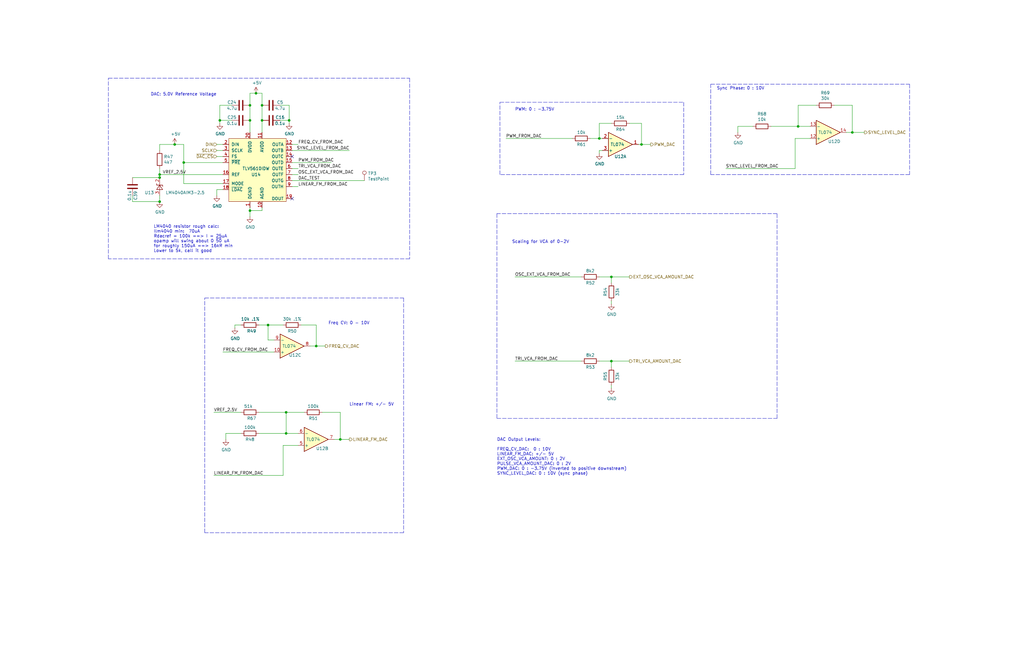
<source format=kicad_sch>
(kicad_sch (version 20211123) (generator eeschema)
  (paper "B")
  (title_block (title "Zoxnoxious 3340 DAC") (rev "0.3") (company "Zoxnoxious Engineering"))
  (lib_symbols
    (symbol "Amplifier_Operational:TL074" (pin_names (offset 0.127))
      (property "Reference" "U" (at 0 5.08 0))
      (property "Value" "TL074" (at 0 -5.08 0))
      (symbol "TL074_1_1"
        (polyline (pts (xy -5.08 5.08) (xy 5.08 0) (xy -5.08 -5.08) (xy -5.08 5.08)) (stroke (width 0.254)) (fill (type background)))
        (pin output line (at 7.62 0 180) (length 2.54) (name "~") (number "1"))
        (pin input line (at -7.62 -2.54 0) (length 2.54) (name "-") (number "2"))
        (pin input line (at -7.62 2.54 0) (length 2.54) (name "+") (number "3"))
      )
      (symbol "TL074_2_1"
        (polyline (pts (xy -5.08 5.08) (xy 5.08 0) (xy -5.08 -5.08) (xy -5.08 5.08)) (stroke (width 0.254)) (fill (type background)))
        (pin input line (at -7.62 2.54 0) (length 2.54) (name "+") (number "5"))
        (pin input line (at -7.62 -2.54 0) (length 2.54) (name "-") (number "6"))
        (pin output line (at 7.62 0 180) (length 2.54) (name "~") (number "7"))
      )
      (symbol "TL074_3_1"
        (polyline (pts (xy -5.08 5.08) (xy 5.08 0) (xy -5.08 -5.08) (xy -5.08 5.08)) (stroke (width 0.254)) (fill (type background)))
        (pin input line (at -7.62 2.54 0) (length 2.54) (name "+") (number "10"))
        (pin output line (at 7.62 0 180) (length 2.54) (name "~") (number "8"))
        (pin input line (at -7.62 -2.54 0) (length 2.54) (name "-") (number "9"))
      )
      (symbol "TL074_4_1"
        (polyline (pts (xy -5.08 5.08) (xy 5.08 0) (xy -5.08 -5.08) (xy -5.08 5.08)) (stroke (width 0.254)) (fill (type background)))
        (pin input line (at -7.62 2.54 0) (length 2.54) (name "+") (number "12"))
        (pin input line (at -7.62 -2.54 0) (length 2.54) (name "-") (number "13"))
        (pin output line (at 7.62 0 180) (length 2.54) (name "~") (number "14"))
      )
      (symbol "TL074_5_1"
        (pin power_in line (at -2.54 -7.62 90) (length 3.81) (name "V-") (number "11"))
        (pin power_in line (at -2.54 7.62 270) (length 3.81) (name "V+") (number "4"))
      )
    )
    (symbol "Connector:TestPoint" (pin_numbers hide) (pin_names (offset 0.762) hide)
      (property "Reference" "TP" (at 0 6.858 0))
      (property "Value" "TestPoint" (at 0 5.08 0))
      (symbol "TestPoint_0_1"
        (circle (center 0 3.302) (radius 0.762))
      )
      (symbol "TestPoint_1_1"
        (pin passive line (at 0 0 90) (length 2.54) (name "1") (number "1"))
      )
    )
    (symbol "Device:C" (pin_numbers hide) (pin_names (offset 0.254))
      (property "Reference" "C" (at 0.635 2.54 0))
      (property "Value" "C" (at 0.635 -2.54 0))
      (symbol "C_0_1"
        (polyline (pts (xy -2.032 -0.762) (xy 2.032 -0.762)) (stroke (width 0.508)))
        (polyline (pts (xy -2.032 0.762) (xy 2.032 0.762)) (stroke (width 0.508)))
      )
      (symbol "C_1_1"
        (pin passive line (at 0 3.81 270) (length 2.794) (name "~") (number "1"))
        (pin passive line (at 0 -3.81 90) (length 2.794) (name "~") (number "2"))
      )
    )
    (symbol "Device:R" (pin_numbers hide) (pin_names (offset 0))
      (property "Reference" "R" (at 2.032 0 90))
      (property "Value" "R" (at 0 0 90))
      (symbol "R_0_1"
        (rectangle (start -1.016 -2.54) (end 1.016 2.54) (stroke (width 0.254)))
      )
      (symbol "R_1_1"
        (pin passive line (at 0 3.81 270) (length 1.27) (name "~") (number "1"))
        (pin passive line (at 0 -3.81 90) (length 1.27) (name "~") (number "2"))
      )
    )
    (symbol "Reference_Voltage:LM4040LP-4.1" (pin_names (offset 0.0254) hide)
      (property "Reference" "U" (at 0 2.54 0))
      (property "Value" "LM4040LP-4.1" (at 0 -3.175 0))
      (symbol "LM4040LP-4.1_0_1"
        (polyline (pts (xy -1.27 0) (xy 0 0) (xy 1.27 0)))
        (polyline (pts (xy -1.27 -1.27) (xy 0.635 0) (xy -1.27 1.27) (xy -1.27 -1.27)) (stroke (width 0.2032)))
        (polyline (pts (xy 0 -1.27) (xy 0.635 -1.27) (xy 0.635 1.27) (xy 1.27 1.27)) (stroke (width 0.2032)))
      )
      (symbol "LM4040LP-4.1_1_1"
        (pin passive line (at 3.81 0 180) (length 2.54) (name "K") (number "2"))
        (pin passive line (at -3.81 0 0) (length 2.54) (name "A") (number "3"))
      )
    )
    (symbol "as3340-rescue:TLV5610IDW-Audio" (pin_names (offset 1.016))
      (property "Reference" "U" (at -2.54 -12.7 0))
      (property "Value" "TLV5610IDW-Audio" (at -2.54 -10.16 0))
      (symbol "TLV5610IDW-Audio_0_1"
        (rectangle (start -13.97 0) (end 10.16 -26.67) (fill (type background)))
      )
      (symbol "TLV5610IDW-Audio_1_1"
        (pin power_in line (at -5.08 -29.21 90) (length 2.54) (name "DGND") (number "1"))
        (pin power_in line (at 0 -29.21 90) (length 2.54) (name "AGND") (number "10"))
        (pin power_in line (at 0 2.54 270) (length 2.54) (name "AVDD") (number "11"))
        (pin output line (at 12.7 -2.54 180) (length 2.54) (name "OUTA") (number "12"))
        (pin output line (at 12.7 -5.08 180) (length 2.54) (name "OUTB") (number "13"))
        (pin output line (at 12.7 -7.62 180) (length 2.54) (name "OUTC") (number "14"))
        (pin output line (at 12.7 -10.16 180) (length 2.54) (name "OUTD") (number "15"))
        (pin input line (at -16.51 -15.24 0) (length 2.54) (name "REF") (number "16"))
        (pin input line (at -16.51 -19.05 0) (length 2.54) (name "MODE") (number "17"))
        (pin input line (at -16.51 -21.59 0) (length 2.54) (name "~{LDAC}") (number "18"))
        (pin output line (at 12.7 -25.4 180) (length 2.54) (name "DOUT") (number "19"))
        (pin input line (at -16.51 -2.54 0) (length 2.54) (name "DIN") (number "2"))
        (pin power_in line (at -5.08 2.54 270) (length 2.54) (name "DVDD") (number "20"))
        (pin input line (at -16.51 -5.08 0) (length 2.54) (name "SCLK") (number "3"))
        (pin input line (at -16.51 -7.62 0) (length 2.54) (name "FS") (number "4"))
        (pin input line (at -16.51 -10.16 0) (length 2.54) (name "~{PRE}") (number "5"))
        (pin output line (at 12.7 -12.7 180) (length 2.54) (name "OUTE") (number "6"))
        (pin output line (at 12.7 -15.24 180) (length 2.54) (name "OUTF") (number "7"))
        (pin output line (at 12.7 -17.78 180) (length 2.54) (name "OUTG") (number "8"))
        (pin output line (at 12.7 -20.32 180) (length 2.54) (name "OUTH") (number "9"))
      )
    )
    (symbol "power:+5V" (power) (pin_names (offset 0))
      (property "Value" "+5V" (at 0 3.556 0))
      (symbol "+5V_0_1"
        (polyline (pts (xy -0.762 1.27) (xy 0 2.54)))
        (polyline (pts (xy 0 0) (xy 0 2.54)))
        (polyline (pts (xy 0 2.54) (xy 0.762 1.27)))
      )
      (symbol "+5V_1_1"
        (pin power_in line (at 0 0 90) (length 0) hide (name "+5V") (number "1"))
      )
    )
    (symbol "power:GND" (power) (pin_names (offset 0))
      (property "Value" "GND" (at 0 -3.81 0))
      (symbol "GND_0_1"
        (polyline (pts (xy 0 0) (xy 0 -1.27) (xy 1.27 -1.27) (xy 0 -2.54) (xy -1.27 -1.27) (xy 0 -1.27)))
      )
      (symbol "GND_1_1"
        (pin power_in line (at 0 0 270) (length 0) hide (name "GND") (number "1"))
      )
    )
  )
  (junction (at 113.03 137.16))
  (junction (at 257.81 152.4))
  (junction (at 110.49 50.8))
  (junction (at 92.71 50.8))
  (junction (at 105.41 50.8))
  (junction (at 107.95 39.37))
  (junction (at 336.55 53.34))
  (junction (at 133.35 146.05))
  (junction (at 120.65 173.99))
  (junction (at 67.31 73.66))
  (junction (at 257.81 116.84))
  (junction (at 270.51 60.96))
  (junction (at 110.49 44.45))
  (junction (at 252.73 58.42))
  (junction (at 105.41 88.9))
  (junction (at 67.31 74.93))
  (junction (at 105.41 44.45))
  (junction (at 120.65 182.88))
  (junction (at 67.31 85.09))
  (junction (at 143.51 185.42))
  (junction (at 359.41 55.88))
  (junction (at 121.92 50.8))
  (junction (at 77.47 68.58))
  (junction (at 73.66 60.96))
  (no_connect (at 123.19 66.04))
  (no_connect (at 123.19 83.82))
  (wire (pts (xy 95.25 182.88) (xy 95.25 185.42)))
  (wire (pts (xy 93.98 148.59) (xy 115.57 148.59)))
  (wire (pts (xy 265.43 52.07) (xy 270.51 52.07)))
  (wire (pts (xy 125.73 73.66) (xy 123.19 73.66)))
  (polyline (pts (xy 299.72 73.66) (xy 299.72 35.56)))
  (wire (pts (xy 123.19 76.2) (xy 153.67 76.2)))
  (wire (pts (xy 217.17 152.4) (xy 245.11 152.4)))
  (wire (pts (xy 336.55 44.45) (xy 336.55 53.34)))
  (wire (pts (xy 306.07 71.12) (xy 335.28 71.12)))
  (wire (pts (xy 113.03 137.16) (xy 113.03 143.51)))
  (wire (pts (xy 109.22 173.99) (xy 120.65 173.99)))
  (polyline (pts (xy 383.54 73.66) (xy 299.72 73.66)))
  (polyline (pts (xy 210.82 73.66) (xy 210.82 43.18)))
  (wire (pts (xy 325.12 53.34) (xy 336.55 53.34)))
  (wire (pts (xy 110.49 50.8) (xy 110.49 44.45)))
  (wire (pts (xy 123.19 60.96) (xy 125.73 60.96)))
  (wire (pts (xy 93.98 77.47) (xy 77.47 77.47)))
  (wire (pts (xy 120.65 182.88) (xy 125.73 182.88)))
  (polyline (pts (xy 45.72 109.22) (xy 45.72 33.02)))
  (wire (pts (xy 257.81 116.84) (xy 265.43 116.84)))
  (wire (pts (xy 105.41 88.9) (xy 105.41 91.44)))
  (polyline (pts (xy 210.82 43.18) (xy 288.29 43.18)))
  (polyline (pts (xy 170.18 125.73) (xy 170.18 224.79)))
  (polyline (pts (xy 299.72 35.56) (xy 383.54 35.56)))
  (wire (pts (xy 110.49 88.9) (xy 105.41 88.9)))
  (wire (pts (xy 119.38 187.96) (xy 125.73 187.96)))
  (wire (pts (xy 121.92 50.8) (xy 121.92 52.07)))
  (wire (pts (xy 311.15 53.34) (xy 311.15 55.88)))
  (wire (pts (xy 109.22 137.16) (xy 113.03 137.16)))
  (wire (pts (xy 133.35 146.05) (xy 137.16 146.05)))
  (wire (pts (xy 359.41 55.88) (xy 364.49 55.88)))
  (wire (pts (xy 55.88 74.93) (xy 67.31 74.93)))
  (wire (pts (xy 67.31 73.66) (xy 67.31 71.12)))
  (wire (pts (xy 77.47 77.47) (xy 77.47 68.58)))
  (wire (pts (xy 92.71 50.8) (xy 92.71 44.45)))
  (wire (pts (xy 270.51 52.07) (xy 270.51 60.96)))
  (wire (pts (xy 113.03 143.51) (xy 115.57 143.51)))
  (wire (pts (xy 105.41 39.37) (xy 105.41 44.45)))
  (wire (pts (xy 336.55 44.45) (xy 344.17 44.45)))
  (polyline (pts (xy 209.55 176.53) (xy 327.66 176.53)))
  (wire (pts (xy 130.81 146.05) (xy 133.35 146.05)))
  (wire (pts (xy 257.81 116.84) (xy 252.73 116.84)))
  (wire (pts (xy 99.06 137.16) (xy 99.06 138.43)))
  (wire (pts (xy 252.73 64.77) (xy 252.73 63.5)))
  (wire (pts (xy 356.87 55.88) (xy 359.41 55.88)))
  (wire (pts (xy 93.98 68.58) (xy 77.47 68.58)))
  (wire (pts (xy 335.28 58.42) (xy 341.63 58.42)))
  (wire (pts (xy 110.49 87.63) (xy 110.49 88.9)))
  (wire (pts (xy 133.35 146.05) (xy 133.35 137.16)))
  (wire (pts (xy 101.6 173.99) (xy 90.17 173.99)))
  (wire (pts (xy 92.71 50.8) (xy 97.79 50.8)))
  (polyline (pts (xy 86.36 224.79) (xy 86.36 125.73)))
  (wire (pts (xy 93.98 80.01) (xy 91.44 80.01)))
  (wire (pts (xy 110.49 39.37) (xy 107.95 39.37)))
  (polyline (pts (xy 209.55 90.17) (xy 209.55 176.53)))
  (wire (pts (xy 110.49 44.45) (xy 110.49 39.37)))
  (wire (pts (xy 92.71 44.45) (xy 97.79 44.45)))
  (wire (pts (xy 105.41 39.37) (xy 107.95 39.37)))
  (wire (pts (xy 123.19 68.58) (xy 139.7 68.58)))
  (wire (pts (xy 270.51 60.96) (xy 274.32 60.96)))
  (polyline (pts (xy 172.72 109.22) (xy 45.72 109.22)))
  (wire (pts (xy 119.38 137.16) (xy 113.03 137.16)))
  (wire (pts (xy 257.81 154.94) (xy 257.81 152.4)))
  (wire (pts (xy 336.55 53.34) (xy 341.63 53.34)))
  (wire (pts (xy 119.38 187.96) (xy 119.38 200.66)))
  (polyline (pts (xy 288.29 43.18) (xy 288.29 73.66)))
  (wire (pts (xy 55.88 85.09) (xy 67.31 85.09)))
  (wire (pts (xy 67.31 60.96) (xy 73.66 60.96)))
  (wire (pts (xy 125.73 78.74) (xy 123.19 78.74)))
  (wire (pts (xy 121.92 50.8) (xy 121.92 44.45)))
  (wire (pts (xy 91.44 80.01) (xy 91.44 82.55)))
  (wire (pts (xy 123.19 71.12) (xy 125.73 71.12)))
  (wire (pts (xy 118.11 50.8) (xy 121.92 50.8)))
  (wire (pts (xy 135.89 173.99) (xy 143.51 173.99)))
  (polyline (pts (xy 383.54 35.56) (xy 383.54 73.66)))
  (polyline (pts (xy 170.18 224.79) (xy 86.36 224.79)))
  (wire (pts (xy 92.71 52.07) (xy 92.71 50.8)))
  (wire (pts (xy 257.81 52.07) (xy 252.73 52.07)))
  (wire (pts (xy 133.35 137.16) (xy 127 137.16)))
  (wire (pts (xy 110.49 50.8) (xy 110.49 55.88)))
  (wire (pts (xy 140.97 185.42) (xy 143.51 185.42)))
  (polyline (pts (xy 327.66 90.17) (xy 209.55 90.17)))
  (wire (pts (xy 55.88 82.55) (xy 55.88 85.09)))
  (polyline (pts (xy 172.72 33.02) (xy 172.72 109.22)))
  (wire (pts (xy 143.51 173.99) (xy 143.51 185.42)))
  (wire (pts (xy 123.19 63.5) (xy 147.32 63.5)))
  (wire (pts (xy 67.31 73.66) (xy 93.98 73.66)))
  (wire (pts (xy 93.98 66.04) (xy 91.44 66.04)))
  (wire (pts (xy 254 58.42) (xy 252.73 58.42)))
  (wire (pts (xy 252.73 63.5) (xy 254 63.5)))
  (wire (pts (xy 217.17 116.84) (xy 245.11 116.84)))
  (wire (pts (xy 351.79 44.45) (xy 359.41 44.45)))
  (wire (pts (xy 257.81 152.4) (xy 252.73 152.4)))
  (wire (pts (xy 257.81 152.4) (xy 265.43 152.4)))
  (wire (pts (xy 95.25 182.88) (xy 101.6 182.88)))
  (wire (pts (xy 252.73 52.07) (xy 252.73 58.42)))
  (wire (pts (xy 90.17 200.66) (xy 119.38 200.66)))
  (polyline (pts (xy 327.66 176.53) (xy 327.66 90.17)))
  (wire (pts (xy 67.31 60.96) (xy 67.31 63.5)))
  (polyline (pts (xy 86.36 125.73) (xy 170.18 125.73)))
  (wire (pts (xy 257.81 119.38) (xy 257.81 116.84)))
  (wire (pts (xy 121.92 44.45) (xy 118.11 44.45)))
  (wire (pts (xy 311.15 53.34) (xy 317.5 53.34)))
  (wire (pts (xy 99.06 137.16) (xy 101.6 137.16)))
  (wire (pts (xy 213.36 58.42) (xy 241.3 58.42)))
  (wire (pts (xy 248.92 58.42) (xy 252.73 58.42)))
  (wire (pts (xy 93.98 63.5) (xy 91.44 63.5)))
  (wire (pts (xy 120.65 173.99) (xy 128.27 173.99)))
  (wire (pts (xy 105.41 44.45) (xy 105.41 50.8)))
  (wire (pts (xy 270.51 60.96) (xy 269.24 60.96)))
  (wire (pts (xy 93.98 60.96) (xy 91.44 60.96)))
  (wire (pts (xy 73.66 60.96) (xy 77.47 60.96)))
  (polyline (pts (xy 45.72 33.02) (xy 172.72 33.02)))
  (wire (pts (xy 120.65 173.99) (xy 120.65 182.88)))
  (polyline (pts (xy 288.29 73.66) (xy 210.82 73.66)))
  (wire (pts (xy 67.31 74.93) (xy 67.31 73.66)))
  (wire (pts (xy 77.47 60.96) (xy 77.47 68.58)))
  (wire (pts (xy 109.22 182.88) (xy 120.65 182.88)))
  (wire (pts (xy 335.28 58.42) (xy 335.28 71.12)))
  (wire (pts (xy 67.31 82.55) (xy 67.31 85.09)))
  (wire (pts (xy 359.41 44.45) (xy 359.41 55.88)))
  (wire (pts (xy 257.81 163.83) (xy 257.81 162.56)))
  (wire (pts (xy 257.81 128.27) (xy 257.81 127)))
  (wire (pts (xy 105.41 50.8) (xy 105.41 55.88)))
  (wire (pts (xy 143.51 185.42) (xy 147.32 185.42)))
  (wire (pts (xy 105.41 87.63) (xy 105.41 88.9)))
  (text "Linear FM: +/- 5V" (at 147.32 171.45 0) (effects (font (size 1.27 1.27)) (justify left bottom)))
  (text "Sync Phase: 0 : 10V" (at 302.26 38.1 0) (effects (font (size 1.27 1.27)) (justify left bottom)))
  (text "Freq CV: 0 - 10V" (at 138.43 137.16 0) (effects (font (size 1.27 1.27)) (justify left bottom)))
  (text "LM4040 resistor rough calc:\nIlm4040 min:  70uA\nRdacref = 100k ==> I = 25uA\nopamp will swing about 0 ~{50} uA\nfor roughly 150uA ==> 16kR min\nLower to 5k, call it good\n" (at 64.77 106.68 0) (effects (font (size 1.27 1.27)) (justify left bottom)))
  (text "PWM: 0 : -3.75V" (at 217.17 46.99 0) (effects (font (size 1.27 1.27)) (justify left bottom)))
  (text "DAC Output Levels:\n\nFREQ_CV_DAC:  0 : 10V\nLINEAR_FM_DAC: +/- 5V\nEXT_OSC_VCA_AMOUNT: 0 : 2V\nPULSE_VCA_AMOUNT_DAC: 0 : 2V\nPWM_DAC: 0 : -3.75V (inverted to positive downstream)\nSYNC_LEVEL_DAC: 0 : 10V (sync phase)" (at 209.55 200.66 0) (effects (font (size 1.27 1.27)) (justify left bottom)))
  (text "Scaling for VCA of 0-2V" (at 215.9 102.87 0) (effects (font (size 1.27 1.27)) (justify left bottom)))
  (text "DAC: 5.0V Reference Voltage" (at 63.5 40.64 0) (effects (font (size 1.27 1.27)) (justify left bottom)))
  (label "TRI_VCA_FROM_DAC" (at 125.73 71.12 0))
  (label "PWM_FROM_DAC" (at 125.73 68.58 0))
  (label "VREF_2.5V" (at 90.17 173.99 0))
  (label "SYNC_LEVEL_FROM_DAC" (at 306.07 71.12 0))
  (label "OSC_EXT_VCA_FROM_DAC" (at 125.73 73.66 0))
  (label "TRI_VCA_FROM_DAC" (at 217.17 152.4 0))
  (label "PWM_FROM_DAC" (at 213.36 58.42 0))
  (label "OSC_EXT_VCA_FROM_DAC" (at 217.17 116.84 0))
  (label "VREF_2.5V" (at 68.58 73.66 0))
  (label "LINEAR_FM_FROM_DAC" (at 90.17 200.66 0))
  (label "FREQ_CV_FROM_DAC" (at 93.98 148.59 0))
  (label "FREQ_CV_FROM_DAC" (at 125.73 60.96 0))
  (label "SYNC_LEVEL_FROM_DAC" (at 147.32 63.5 180))
  (label "DAC_TEST" (at 125.73 76.2 0))
  (label "LINEAR_FM_FROM_DAC" (at 125.73 78.74 0))
  (hierarchical_label "EXT_OSC_VCA_AMOUNT_DAC" (shape output) (at 265.43 116.84 0))
  (hierarchical_label "PWM_DAC" (shape output) (at 274.32 60.96 0))
  (hierarchical_label "TRI_VCA_AMOUNT_DAC" (shape output) (at 265.43 152.4 0))
  (hierarchical_label "FREQ_CV_DAC" (shape output) (at 137.16 146.05 0))
  (hierarchical_label "DIN" (shape input) (at 91.44 60.96 180))
  (hierarchical_label "~{DAC_CS}" (shape input) (at 91.44 66.04 180))
  (hierarchical_label "LINEAR_FM_DAC" (shape output) (at 147.32 185.42 0))
  (hierarchical_label "SCLK" (shape input) (at 91.44 63.5 180))
  (hierarchical_label "SYNC_LEVEL_DAC" (shape output) (at 364.49 55.88 0))
  (symbol (lib_id "power:GND") (at 67.31 85.09 0) (unit 1)
    (property "Reference" "#PWR060" (effects hide))
    (property "Value" "GND" (at 67.437 89.4842 0))
  )
  (symbol (lib_id "power:GND") (at 105.41 91.44 0) (unit 1)
    (property "Reference" "#PWR063" (effects hide))
    (property "Value" "GND" (at 105.537 95.8342 0))
  )
  (symbol (lib_id "power:GND") (at 92.71 52.07 0) (unit 1)
    (property "Reference" "#PWR064" (effects hide))
    (property "Value" "GND" (at 92.837 56.4642 0))
  )
  (symbol (lib_id "power:GND") (at 99.06 138.43 0) (unit 1)
    (property "Reference" "#PWR066" (effects hide))
    (property "Value" "GND" (at 99.187 142.8242 0))
  )
  (symbol (lib_id "Device:R") (at 123.19 137.16 270) (unit 1)
    (property "Reference" "R50" (at 123.19 139.7 90))
    (property "Value" "30k .1%" (at 123.19 134.62 90))
    (property "Footprint" "Resistor_SMD:R_0603_1608Metric" (effects hide))
    (property "LCSC Part" "C22984" (effects hide))
  )
  (symbol (lib_id "Device:R") (at 105.41 137.16 270) (unit 1)
    (property "Reference" "R49" (at 104.14 139.7 90) (effects (justify left)))
    (property "Value" "10k .1%" (at 101.6 134.62 90) (effects (justify left)))
    (property "Footprint" "Resistor_SMD:R_0603_1608Metric" (effects hide))
    (property "LCSC Part" "C25804" (effects hide))
  )
  (symbol (lib_id "as3340-rescue:TLV5610IDW-Audio") (at 110.49 58.42 0) (unit 1)
    (property "Reference" "U14" (at 107.95 73.66 0))
    (property "Value" "TLV5610IDW" (at 107.95 71.12 0))
    (property "Footprint" "Package_SO:SOIC-20W_7.5x12.8mm_P1.27mm" (effects hide))
    (property "Datasheet" "https://www.ti.com/lit/ds/symlink/tlv5608.pdf" (effects hide))
    (property "Digikey" "296-3038-5-ND" (effects hide))
  )
  (symbol (lib_id "power:+5V") (at 73.66 60.96 0) (unit 1)
    (property "Reference" "#PWR031" (effects hide))
    (property "Value" "+5V" (at 74.041 56.5658 0))
  )
  (symbol (lib_id "power:GND") (at 91.44 82.55 0) (unit 1)
    (property "Reference" "#PWR033" (effects hide))
    (property "Value" "GND" (at 91.567 86.9442 0))
  )
  (symbol (lib_id "Device:C") (at 114.3 44.45 90) (unit 1)
    (property "Reference" "C5" (at 118.11 43.18 90))
    (property "Value" "4.7u" (at 118.11 45.72 90))
    (property "Footprint" "Capacitor_SMD:C_0805_2012Metric" (effects hide))
    (property "LCSC Part" "C1779" (effects hide))
  )
  (symbol (lib_id "Device:C") (at 114.3 50.8 90) (unit 1)
    (property "Reference" "C16" (at 118.11 49.53 90))
    (property "Value" "0.1u" (at 118.11 52.07 90))
    (property "Footprint" "Capacitor_SMD:C_0603_1608Metric" (effects hide))
    (property "LCSC" "C14663" (effects hide))
    (property "LCSC Part" "C14663" (effects hide))
  )
  (symbol (lib_id "power:GND") (at 121.92 52.07 0) (unit 1)
    (property "Reference" "#PWR034" (effects hide))
    (property "Value" "GND" (at 122.047 56.4642 0))
  )
  (symbol (lib_id "Device:C") (at 101.6 44.45 90) (unit 1)
    (property "Reference" "C24" (at 97.79 43.18 90))
    (property "Value" "4.7u" (at 97.79 45.72 90))
    (property "Footprint" "Capacitor_SMD:C_0805_2012Metric" (effects hide))
    (property "LCSC Part" "C1779" (effects hide))
  )
  (symbol (lib_id "Device:C") (at 101.6 50.8 90) (unit 1)
    (property "Reference" "C25" (at 97.79 49.53 90))
    (property "Value" "0.1u" (at 97.79 52.07 90))
    (property "Footprint" "Capacitor_SMD:C_0603_1608Metric" (effects hide))
    (property "LCSC" "C14663" (effects hide))
    (property "LCSC Part" "C14663" (effects hide))
  )
  (symbol (lib_id "Device:R") (at 132.08 173.99 270) (unit 1)
    (property "Reference" "R51" (at 132.08 176.53 90))
    (property "Value" "100k" (at 132.08 171.45 90))
    (property "Footprint" "Resistor_SMD:R_0603_1608Metric" (effects hide))
    (property "LCSC Part" "C25803" (effects hide))
  )
  (symbol (lib_id "power:GND") (at 257.81 128.27 0) (unit 1)
    (property "Reference" "#PWR070" (effects hide))
    (property "Value" "GND" (at 257.937 132.6642 0))
  )
  (symbol (lib_id "Amplifier_Operational:TL074") (at 261.62 60.96 0) (mirror x) (unit 1)
    (property "Reference" "U12" (at 261.62 66.04 0))
    (property "Value" "TL074" (at 260.35 60.96 0))
    (property "Footprint" "Package_SO:SOIC-14_3.9x8.7mm_P1.27mm" (effects hide))
    (property "Datasheet" "http://www.ti.com/lit/ds/symlink/tl071.pdf" (effects hide))
    (property "LCSC Part" "C12594" (effects hide))
  )
  (symbol (lib_id "power:GND") (at 252.73 64.77 0) (unit 1)
    (property "Reference" "#PWR0111" (effects hide))
    (property "Value" "GND" (at 252.857 69.1642 0))
  )
  (symbol (lib_id "Device:R") (at 245.11 58.42 270) (unit 1)
    (property "Reference" "R61" (at 245.11 60.96 90))
    (property "Value" "10k" (at 245.11 55.88 90))
    (property "Footprint" "Resistor_SMD:R_0603_1608Metric" (effects hide))
    (property "LCSC Part" "C25804" (effects hide))
  )
  (symbol (lib_id "Device:R") (at 261.62 52.07 270) (unit 1)
    (property "Reference" "R64" (at 261.62 54.61 90))
    (property "Value" "15k" (at 261.62 49.53 90))
    (property "Footprint" "Resistor_SMD:R_0603_1608Metric" (effects hide))
    (property "LCSC Part" "C22809" (effects hide))
  )
  (symbol (lib_id "power:+5V") (at 107.95 39.37 0) (unit 1)
    (property "Reference" "#PWR062" (effects hide))
    (property "Value" "+5V" (at 108.331 34.9758 0))
  )
  (symbol (lib_id "Reference_Voltage:LM4040LP-4.1") (at 67.31 78.74 90) (unit 1)
    (property "Reference" "U13" (at 60.96 81.28 90) (effects (justify right)))
    (property "Value" "LM4040AIM3-2.5" (at 69.85 81.28 90) (effects (justify right)))
    (property "Footprint" "Package_TO_SOT_THT:TO-92_Inline_Wide" (effects hide))
    (property "Datasheet" "http://www.ti.com/lit/ds/symlink/lm4040-n.pdf" (effects hide))
    (property "jlcpcb" "C140239" (effects hide))
    (property "Digikey" "LM4040BIZ-2.5/NOPB-ND" (effects hide))
  )
  (symbol (lib_id "Device:R") (at 67.31 67.31 0) (unit 1)
    (property "Reference" "R47" (at 69.088 66.1416 0) (effects (justify left)))
    (property "Value" "4k7" (at 69.088 68.453 0) (effects (justify left)))
    (property "Footprint" "Resistor_SMD:R_1206_3216Metric" (effects hide))
    (property "LCSC Part" "C17936" (effects hide))
  )
  (symbol (lib_id "Connector:TestPoint") (at 153.67 76.2 0) (unit 1)
    (property "Reference" "TP3" (at 155.1432 73.2028 0) (effects (justify left)))
    (property "Value" "TestPoint" (at 155.1432 75.5142 0) (effects (justify left)))
    (property "Footprint" "TestPoint:TestPoint_Pad_2.0x2.0mm" (effects hide))
    (property "Digikey" "952-2664-6-ND" (effects hide))
  )
  (symbol (lib_id "Amplifier_Operational:TL074") (at 349.25 55.88 0) (mirror x) (unit 4)
    (property "Reference" "U12" (at 351.79 59.69 0))
    (property "Value" "TL074" (at 347.98 55.88 0))
    (property "Footprint" "Package_SO:SOIC-14_3.9x8.7mm_P1.27mm" (effects hide))
    (property "Datasheet" "http://www.ti.com/lit/ds/symlink/tl071.pdf" (effects hide))
    (property "LCSC Part" "C12594" (effects hide))
  )
  (symbol (lib_id "power:GND") (at 311.15 55.88 0) (unit 1)
    (property "Reference" "#PWR0131" (effects hide))
    (property "Value" "GND" (at 311.277 60.2742 0))
  )
  (symbol (lib_id "Device:R") (at 347.98 44.45 270) (unit 1)
    (property "Reference" "R69" (at 347.98 39.1922 90))
    (property "Value" "30k" (at 347.98 41.5036 90))
    (property "Footprint" "Resistor_SMD:R_0603_1608Metric" (effects hide))
    (property "LCSC Part" "C22984" (effects hide))
  )
  (symbol (lib_id "Device:R") (at 321.31 53.34 270) (unit 1)
    (property "Reference" "R68" (at 321.31 48.0822 90))
    (property "Value" "10k" (at 321.31 50.3936 90))
    (property "Footprint" "Resistor_SMD:R_0603_1608Metric" (effects hide))
    (property "LCSC Part" "C25804" (effects hide))
  )
  (symbol (lib_id "Device:C") (at 55.88 78.74 0) (unit 1)
    (property "Reference" "C39" (at 57.15 82.55 90))
    (property "Value" "0.1u" (at 54.61 82.55 90))
    (property "Footprint" "Capacitor_SMD:C_0603_1608Metric" (effects hide))
    (property "LCSC" "C14663" (effects hide))
    (property "LCSC Part" "C14663" (effects hide))
  )
  (symbol (lib_id "Device:R") (at 105.41 173.99 270) (unit 1)
    (property "Reference" "R67" (at 104.14 176.53 90) (effects (justify left)))
    (property "Value" "51k" (at 102.87 171.45 90) (effects (justify left)))
    (property "Footprint" "Resistor_SMD:R_0603_1608Metric" (effects hide))
    (property "LCSC Part" "C23196" (effects hide))
  )
  (symbol (lib_id "Device:R") (at 248.92 116.84 270) (unit 1)
    (property "Reference" "R52" (at 248.92 119.38 90))
    (property "Value" "8k2" (at 248.92 114.3 90))
    (property "Footprint" "Resistor_SMD:R_0603_1608Metric" (effects hide))
    (property "LCSC Part" "C25981" (effects hide))
  )
  (symbol (lib_id "Device:R") (at 257.81 123.19 180) (unit 1)
    (property "Reference" "R54" (at 255.27 123.19 90))
    (property "Value" "33k" (at 260.35 123.19 90))
    (property "Footprint" "Resistor_SMD:R_0603_1608Metric" (effects hide))
    (property "LCSC Part" "C4216" (effects hide))
  )
  (symbol (lib_id "power:GND") (at 257.81 163.83 0) (unit 1)
    (property "Reference" "#PWR0109" (effects hide))
    (property "Value" "GND" (at 257.937 168.2242 0))
  )
  (symbol (lib_id "Device:R") (at 248.92 152.4 270) (unit 1)
    (property "Reference" "R53" (at 248.92 154.94 90))
    (property "Value" "8k2" (at 248.92 149.86 90))
    (property "Footprint" "Resistor_SMD:R_0603_1608Metric" (effects hide))
    (property "LCSC Part" "C25981" (effects hide))
  )
  (symbol (lib_id "Device:R") (at 257.81 158.75 180) (unit 1)
    (property "Reference" "R55" (at 255.27 158.75 90))
    (property "Value" "33k" (at 260.35 158.75 90))
    (property "Footprint" "Resistor_SMD:R_0603_1608Metric" (effects hide))
    (property "LCSC Part" "C4216" (effects hide))
  )
  (symbol (lib_id "Amplifier_Operational:TL074") (at 123.19 146.05 0) (mirror x) (unit 3)
    (property "Reference" "U12" (at 124.46 149.86 0))
    (property "Value" "TL074" (at 121.92 146.05 0))
    (property "Footprint" "Package_SO:SOIC-14_3.9x8.7mm_P1.27mm" (effects hide))
    (property "Datasheet" "http://www.ti.com/lit/ds/symlink/tl071.pdf" (effects hide))
    (property "LCSC Part" "C12594" (effects hide))
  )
  (symbol (lib_id "Amplifier_Operational:TL074") (at 133.35 185.42 0) (mirror x) (unit 2)
    (property "Reference" "U12" (at 135.89 189.23 0))
    (property "Value" "TL074" (at 132.08 185.42 0))
    (property "Footprint" "Package_SO:SOIC-14_3.9x8.7mm_P1.27mm" (effects hide))
    (property "Datasheet" "http://www.ti.com/lit/ds/symlink/tl071.pdf" (effects hide))
    (property "LCSC Part" "C12594" (effects hide))
  )
  (symbol (lib_id "Device:R") (at 105.41 182.88 90) (unit 1)
    (property "Reference" "R48" (at 105.41 185.42 90))
    (property "Value" "100k" (at 105.41 180.34 90))
    (property "Footprint" "Resistor_SMD:R_0603_1608Metric" (effects hide))
    (property "LCSC Part" "C25803" (effects hide))
  )
  (symbol (lib_id "power:GND") (at 95.25 185.42 0) (unit 1)
    (property "Reference" "#PWR068" (effects hide))
    (property "Value" "GND" (at 95.377 189.8142 0))
  )
)
</source>
